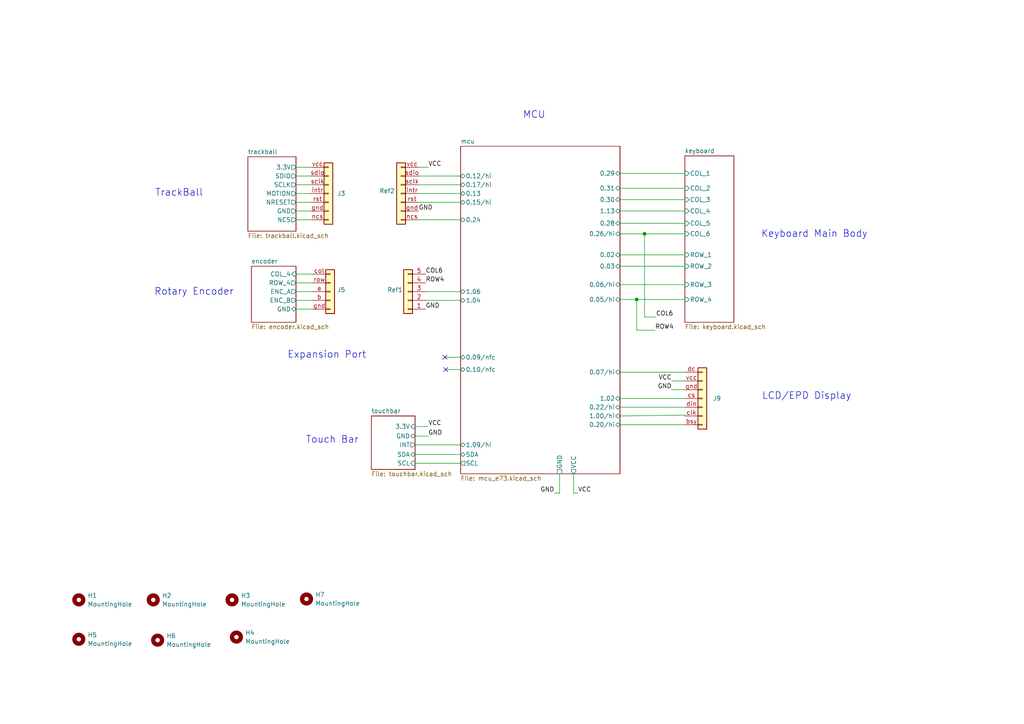
<source format=kicad_sch>
(kicad_sch (version 20211123) (generator eeschema)
  (paper "A4")
  (lib_symbols
    (symbol "Conn_01x05_1" (pin_names (offset 1.016) hide)
      (property "Reference" "J5" (at -1.016 3.302 0))
      (symbol "Conn_01x05_1_1_1"
        (rectangle (start -1.27 -4.953) (end 0 -5.207) (stroke (width 0.1524)))
        (rectangle (start -1.27 -2.413) (end 0 -2.667) (stroke (width 0.1524)))
        (rectangle (start -1.27 0.127) (end 0 -0.127) (stroke (width 0.1524)))
        (rectangle (start -1.27 2.667) (end 0 2.413) (stroke (width 0.1524)))
        (rectangle (start -1.27 5.207) (end 0 4.953) (stroke (width 0.1524)))
        (rectangle (start -1.27 6.35) (end 1.27 -6.35) (stroke (width 0.254)) (fill (type background)))
        (pin passive line (at -5.08 0 0) (length 3.81) (name "a") (number "a"))
        (pin passive line (at -5.08 -2.54 0) (length 3.81) (name "b") (number "b"))
        (pin passive line (at -5.08 5.08 0) (length 3.81) (name "col") (number "col"))
        (pin passive line (at -5.08 -5.08 0) (length 3.81) (name "gnd") (number "gnd"))
        (pin passive line (at -5.08 2.54 0) (length 3.81) (name "row") (number "row"))
      )
    )
    (symbol "Conn_01x07_1" (pin_names (offset 1.016) hide)
      (property "Reference" "J3" (at 2.54 1.2701 0))
      (property "Value" "Conn_01x07" (at 2.54 -1.2699 0))
      (symbol "Conn_01x07_1_1_1"
        (rectangle (start -1.27 -7.493) (end 0 -7.747) (stroke (width 0.1524)))
        (rectangle (start -1.27 -4.953) (end 0 -5.207) (stroke (width 0.1524)))
        (rectangle (start -1.27 -2.413) (end 0 -2.667) (stroke (width 0.1524)))
        (rectangle (start -1.27 0.127) (end 0 -0.127) (stroke (width 0.1524)))
        (rectangle (start -1.27 2.667) (end 0 2.413) (stroke (width 0.1524)))
        (rectangle (start -1.27 5.207) (end 0 4.953) (stroke (width 0.1524)))
        (rectangle (start -1.27 7.747) (end 0 7.493) (stroke (width 0.1524)))
        (rectangle (start -1.27 8.89) (end 1.27 -8.89) (stroke (width 0.254)) (fill (type background)))
        (pin passive line (at -5.08 -5.08 0) (length 3.81) (name "gnd") (number "gnd"))
        (pin passive line (at -5.08 0 0) (length 3.81) (name "motion") (number "intr"))
        (pin passive line (at -5.08 -7.62 0) (length 3.81) (name "ncs") (number "ncs"))
        (pin passive line (at -5.08 -2.54 0) (length 3.81) (name "rst") (number "rst"))
        (pin passive line (at -5.08 2.54 0) (length 3.81) (name "sclk") (number "sclk"))
        (pin passive line (at -5.08 5.08 0) (length 3.81) (name "sdio") (number "sdio"))
        (pin passive line (at -5.08 7.62 0) (length 3.81) (name "vcc") (number "vcc"))
      )
    )
    (symbol "Conn_01x07_2" (pin_names (offset 1.016) hide)
      (property "Reference" "Ref2" (at -2.54 13.97 0))
      (symbol "Conn_01x07_2_1_1"
        (rectangle (start -1.27 -7.493) (end 0 -7.747) (stroke (width 0.1524)))
        (rectangle (start -1.27 -4.953) (end 0 -5.207) (stroke (width 0.1524)))
        (rectangle (start -1.27 -2.413) (end 0 -2.667) (stroke (width 0.1524)))
        (rectangle (start -1.27 0.127) (end 0 -0.127) (stroke (width 0.1524)))
        (rectangle (start -1.27 2.667) (end 0 2.413) (stroke (width 0.1524)))
        (rectangle (start -1.27 5.207) (end 0 4.953) (stroke (width 0.1524)))
        (rectangle (start -1.27 7.747) (end 0 7.493) (stroke (width 0.1524)))
        (rectangle (start -1.27 8.89) (end 1.27 -8.89) (stroke (width 0.254)) (fill (type background)))
        (pin passive line (at -5.08 5.08 0) (length 3.81) (name "gnd") (number "gnd"))
        (pin passive line (at -5.08 0 0) (length 3.81) (name "motion") (number "intr"))
        (pin passive line (at -5.08 7.62 0) (length 3.81) (name "ncs") (number "ncs"))
        (pin passive line (at -5.08 2.54 0) (length 3.81) (name "rst") (number "rst"))
        (pin passive line (at -5.08 -2.54 0) (length 3.81) (name "sclk") (number "sclk"))
        (pin passive line (at -5.08 -5.08 0) (length 3.81) (name "sdio") (number "sdio"))
        (pin passive line (at -5.08 -7.62 0) (length 3.81) (name "vcc") (number "vcc"))
      )
    )
    (symbol "Connector_Generic:Conn_01x05" (pin_names (offset 1.016) hide)
      (property "Reference" "J" (at 0 7.62 0))
      (property "Value" "Conn_01x05" (at 0 -7.62 0))
      (symbol "Conn_01x05_1_1"
        (rectangle (start -1.27 -4.953) (end 0 -5.207) (stroke (width 0.1524)))
        (rectangle (start -1.27 -2.413) (end 0 -2.667) (stroke (width 0.1524)))
        (rectangle (start -1.27 0.127) (end 0 -0.127) (stroke (width 0.1524)))
        (rectangle (start -1.27 2.667) (end 0 2.413) (stroke (width 0.1524)))
        (rectangle (start -1.27 5.207) (end 0 4.953) (stroke (width 0.1524)))
        (rectangle (start -1.27 6.35) (end 1.27 -6.35) (stroke (width 0.254)) (fill (type background)))
        (pin passive line (at -5.08 5.08 0) (length 3.81) (name "Pin_1") (number "1"))
        (pin passive line (at -5.08 2.54 0) (length 3.81) (name "Pin_2") (number "2"))
        (pin passive line (at -5.08 0 0) (length 3.81) (name "Pin_3") (number "3"))
        (pin passive line (at -5.08 -2.54 0) (length 3.81) (name "Pin_4") (number "4"))
        (pin passive line (at -5.08 -5.08 0) (length 3.81) (name "Pin_5") (number "5"))
      )
    )
    (symbol "Mechanical:MountingHole" (pin_names (offset 1.016))
      (property "Reference" "H" (at 0 5.08 0))
      (property "Value" "MountingHole" (at 0 3.175 0))
      (symbol "MountingHole_0_1"
        (circle (center 0 0) (radius 1.27) (stroke (width 1.27)))
      )
    )
    (symbol "mysymbol:Conn_LCD" (pin_names (offset 1.016) hide)
      (property "Reference" "J" (at 0 10.16 0))
      (property "Value" "Conn_LCD" (at 0 -10.16 0))
      (symbol "Conn_LCD_1_1"
        (rectangle (start -1.27 -7.493) (end 0 -7.747) (stroke (width 0.1524)))
        (rectangle (start -1.27 -4.953) (end 0 -5.207) (stroke (width 0.1524)))
        (rectangle (start -1.27 -2.413) (end 0 -2.667) (stroke (width 0.1524)))
        (rectangle (start -1.27 0.127) (end 0 -0.127) (stroke (width 0.1524)))
        (rectangle (start -1.27 2.667) (end 0 2.413) (stroke (width 0.1524)))
        (rectangle (start -1.27 5.207) (end 0 4.953) (stroke (width 0.1524)))
        (rectangle (start -1.27 7.747) (end 0 7.493) (stroke (width 0.1524)))
        (rectangle (start -1.27 8.89) (end 1.27 -8.89) (stroke (width 0.254)) (fill (type background)))
        (pin passive line (at -5.08 -7.62 0) (length 3.81) (name "bsy") (number "bsy"))
        (pin passive line (at -5.08 -5.08 0) (length 3.81) (name "clk") (number "clk"))
        (pin passive line (at -5.08 0 0) (length 3.81) (name "cs") (number "cs"))
        (pin passive line (at -5.08 7.62 0) (length 3.81) (name "dc") (number "dc"))
        (pin passive line (at -5.08 -2.54 0) (length 3.81) (name "din") (number "din"))
        (pin passive line (at -5.08 2.54 0) (length 3.81) (name "gnd") (number "gnd"))
        (pin passive line (at -5.08 5.08 0) (length 3.81) (name "vcc") (number "vcc"))
      )
    )
  )
  (junction (at 184.658 86.868))
  (junction (at 186.944 67.818))
  (no_connect (at 129.032 103.632))
  (no_connect (at 129.286 107.188))
  (wire (pts (xy 194.818 113.03) (xy 198.628 113.03)))
  (wire (pts (xy 85.852 82.042) (xy 90.678 82.042)))
  (wire (pts (xy 194.818 110.49) (xy 198.628 110.49)))
  (wire (pts (xy 179.832 115.57) (xy 198.628 115.57)))
  (wire (pts (xy 179.832 64.77) (xy 198.628 64.77)))
  (wire (pts (xy 179.832 82.55) (xy 198.628 82.55)))
  (wire (pts (xy 179.832 50.292) (xy 198.628 50.292)))
  (wire (pts (xy 120.396 131.826) (xy 133.604 131.826)))
  (wire (pts (xy 121.412 53.594) (xy 133.604 53.594)))
  (wire (pts (xy 198.628 120.396) (xy 198.628 120.65)))
  (wire (pts (xy 85.852 56.134) (xy 90.17 56.134)))
  (wire (pts (xy 120.396 129.032) (xy 133.604 129.032)))
  (wire (pts (xy 179.832 120.65) (xy 198.628 120.396)))
  (wire (pts (xy 121.412 48.514) (xy 124.206 48.514)))
  (wire (pts (xy 85.852 84.582) (xy 90.678 84.582)))
  (wire (pts (xy 85.852 79.502) (xy 90.678 79.502)))
  (wire (pts (xy 85.852 89.662) (xy 90.678 89.662)))
  (wire (pts (xy 162.306 143.002) (xy 160.782 143.002)))
  (wire (pts (xy 179.832 123.19) (xy 198.628 123.19)))
  (wire (pts (xy 120.396 126.492) (xy 124.206 126.492)))
  (wire (pts (xy 162.306 137.414) (xy 162.306 143.002)))
  (wire (pts (xy 120.396 134.366) (xy 133.604 134.366)))
  (wire (pts (xy 189.992 95.758) (xy 184.658 95.758)))
  (wire (pts (xy 121.412 56.134) (xy 133.604 56.134)))
  (wire (pts (xy 198.628 118.11) (xy 179.832 118.11)))
  (wire (pts (xy 166.37 143.002) (xy 167.64 143.002)))
  (wire (pts (xy 85.852 58.674) (xy 90.17 58.674)))
  (wire (pts (xy 85.852 61.214) (xy 90.17 61.214)))
  (wire (pts (xy 184.658 95.758) (xy 184.658 86.868)))
  (wire (pts (xy 85.852 48.514) (xy 90.17 48.514)))
  (wire (pts (xy 85.852 63.754) (xy 90.17 63.754)))
  (wire (pts (xy 186.944 91.948) (xy 186.944 67.818)))
  (wire (pts (xy 121.412 51.054) (xy 133.604 51.054)))
  (wire (pts (xy 179.832 107.95) (xy 198.628 107.95)))
  (wire (pts (xy 179.832 57.912) (xy 198.628 57.912)))
  (wire (pts (xy 123.444 87.122) (xy 133.604 87.122)))
  (wire (pts (xy 186.944 67.818) (xy 198.628 67.818)))
  (wire (pts (xy 129.286 107.188) (xy 133.604 107.188)))
  (wire (pts (xy 179.832 54.61) (xy 198.628 54.61)))
  (wire (pts (xy 123.444 84.582) (xy 133.604 84.582)))
  (wire (pts (xy 121.412 58.674) (xy 133.604 58.674)))
  (wire (pts (xy 85.852 53.594) (xy 90.17 53.594)))
  (wire (pts (xy 179.832 77.216) (xy 198.628 77.216)))
  (wire (pts (xy 179.832 67.818) (xy 186.944 67.818)))
  (wire (pts (xy 184.658 86.868) (xy 198.628 86.868)))
  (wire (pts (xy 129.032 103.632) (xy 133.604 103.632)))
  (wire (pts (xy 120.396 123.698) (xy 124.206 123.698)))
  (wire (pts (xy 179.832 61.214) (xy 198.628 61.214)))
  (wire (pts (xy 179.832 86.868) (xy 184.658 86.868)))
  (wire (pts (xy 190.246 91.948) (xy 186.944 91.948)))
  (wire (pts (xy 85.852 87.122) (xy 90.678 87.122)))
  (wire (pts (xy 121.412 63.754) (xy 133.604 63.754)))
  (wire (pts (xy 179.832 73.914) (xy 198.628 73.914)))
  (wire (pts (xy 166.37 137.414) (xy 166.37 143.002)))
  (wire (pts (xy 85.852 51.054) (xy 90.17 51.054)))
  (text "Touch Bar" (at 88.646 128.778 0) (effects (font (size 2 2)) (justify left bottom)))
  (text "Rotary Encoder" (at 44.704 85.852 0) (effects (font (size 2 2)) (justify left bottom)))
  (text "LCD/EPD Display" (at 220.98 116.078 0) (effects (font (size 2 2)) (justify left bottom)))
  (text "Keyboard Main Body" (at 220.726 69.088 0) (effects (font (size 2 2)) (justify left bottom)))
  (text "Expansion Port" (at 83.312 104.14 0) (effects (font (size 2 2)) (justify left bottom)))
  (text "TrackBall" (at 44.958 57.15 0) (effects (font (size 2 2)) (justify left bottom)))
  (text "MCU" (at 151.638 34.544 0) (effects (font (size 2 2)) (justify left bottom)))
  (label "VCC" (at 167.64 143.002 0))
  (label "GND" (at 194.818 113.03 180))
  (label "VCC" (at 124.206 123.698 0))
  (label "GND" (at 123.444 89.662 0))
  (label "ROW4" (at 189.992 95.758 0))
  (label "ROW4" (at 123.444 82.042 0))
  (label "GND" (at 160.782 143.002 180))
  (label "GND" (at 121.412 61.214 0))
  (label "GND" (at 124.206 126.492 0))
  (label "VCC" (at 124.206 48.514 0))
  (label "COL6" (at 123.444 79.502 0))
  (label "COL6" (at 190.246 91.948 0))
  (label "VCC" (at 194.818 110.49 180))
  (symbol (lib_name "Conn_01x07_2") (lib_id "Connector_Generic:Conn_01x07") (at 116.332 56.134 180) (unit 1) (in_bom no)
    (property "Reference" "Ref2" (at 112.268 55.372 0))
    (property "Value" "Conn_1x07" (effects hide))
    (property "Footprint" "mylib:PMW3610-Ref" (effects hide))
  )
  (symbol (lib_id "Mechanical:MountingHole") (at 22.86 173.99 0) (unit 1) (in_bom no)
    (property "Reference" "H1" (at 25.4 172.7199 0) (effects (justify left)))
    (property "Value" "MountingHole" (at 25.4 175.2599 0) (effects (justify left)))
    (property "Footprint" "MountingHole:MountingHole_3.2mm_M3_DIN965" (effects hide))
  )
  (symbol (lib_id "Mechanical:MountingHole") (at 45.72 185.674 0) (unit 1) (in_bom no)
    (property "Reference" "H6" (at 48.26 184.4039 0) (effects (justify left)))
    (property "Value" "MountingHole" (at 48.26 186.9439 0) (effects (justify left)))
    (property "Footprint" "MountingHole:MountingHole_3.2mm_M3_DIN965" (effects hide))
  )
  (symbol (lib_id "Mechanical:MountingHole") (at 88.9 173.736 0) (unit 1) (in_bom no)
    (property "Reference" "H7" (at 91.44 172.4659 0) (effects (justify left)))
    (property "Value" "MountingHole" (at 91.44 175.0059 0) (effects (justify left)))
    (property "Footprint" "MountingHole:MountingHole_3.2mm_M3_DIN965" (effects hide))
  )
  (symbol (lib_id "mysymbol:Conn_LCD") (at 203.708 115.57 0) (unit 1)
    (property "Reference" "J9" (at 206.756 115.5699 0) (effects (justify left)))
    (property "Value" "Conn_Display_general" (effects hide))
    (property "Footprint" "mylib:Conn_Display_MountHole" (effects hide))
  )
  (symbol (lib_id "Connector_Generic:Conn_01x05") (at 118.364 84.582 180) (unit 1)
    (property "Reference" "Ref1" (at 114.554 84.074 0))
    (property "Value" "Conn_01x05" (effects hide))
    (property "Footprint" "mylib:Panasonic_EVQWGD001_Ref" (effects hide))
  )
  (symbol (lib_name "Conn_01x05_1") (lib_id "Connector_Generic:Conn_01x05") (at 95.758 84.582 0) (unit 1) (in_bom no)
    (property "Reference" "J5" (at 97.79 84.074 0) (effects (justify left)))
    (property "Value" "Conn_01x05" (effects hide))
    (property "Footprint" "mylib:Panasonic_EVQWGD001_Ref_Male" (effects hide))
  )
  (symbol (lib_id "Mechanical:MountingHole") (at 22.86 185.42 0) (unit 1) (in_bom no)
    (property "Reference" "H5" (at 25.4 184.1499 0) (effects (justify left)))
    (property "Value" "MountingHole" (at 25.4 186.6899 0) (effects (justify left)))
    (property "Footprint" "MountingHole:MountingHole_3.2mm_M3_DIN965" (effects hide))
  )
  (symbol (lib_id "Mechanical:MountingHole") (at 44.45 173.99 0) (unit 1) (in_bom no)
    (property "Reference" "H2" (at 46.99 172.7199 0) (effects (justify left)))
    (property "Value" "MountingHole" (at 46.99 175.2599 0) (effects (justify left)))
    (property "Footprint" "MountingHole:MountingHole_3.2mm_M3_DIN965" (effects hide))
  )
  (symbol (lib_id "Mechanical:MountingHole") (at 68.58 184.785 0) (unit 1) (in_bom no)
    (property "Reference" "H4" (at 71.12 183.5149 0) (effects (justify left)))
    (property "Value" "MountingHole" (at 71.12 186.0549 0) (effects (justify left)))
    (property "Footprint" "MountingHole:MountingHole_3.2mm_M3_DIN965" (effects hide))
  )
  (symbol (lib_id "Mechanical:MountingHole") (at 67.31 173.99 0) (unit 1) (in_bom no)
    (property "Reference" "H3" (at 69.85 172.7199 0) (effects (justify left)))
    (property "Value" "MountingHole" (at 69.85 175.2599 0) (effects (justify left)))
    (property "Footprint" "MountingHole:MountingHole_3.2mm_M3_DIN965" (effects hide))
  )
  (symbol (lib_name "Conn_01x07_1") (lib_id "Connector_Generic:Conn_01x07") (at 95.25 56.134 0) (unit 1) (in_bom no)
    (property "Reference" "J3" (at 97.79 56.1339 0) (effects (justify left)))
    (property "Value" "Conn_01x07" (effects hide))
    (property "Footprint" "mylib:PMW3610-Ref-Male" (effects hide))
  )
  (sheet (at 71.882 45.466) (size 13.97 21.59) (stroke (width 0.1524))
    (property "Sheet name" "trackball" (at 71.882 44.7544 0) (effects (justify left bottom)))
    (property "Sheet file" "trackball.kicad_sch" (at 71.882 67.6406 0) (effects (justify left top)))
    (pin "NCS" output (at 85.852 63.754 0))
    (pin "3.3V" output (at 85.852 48.514 0))
    (pin "GND" output (at 85.852 61.214 0))
    (pin "NRESET" output (at 85.852 58.674 0))
    (pin "SDIO" output (at 85.852 51.054 0))
    (pin "SCLK" output (at 85.852 53.594 0))
    (pin "MOTION" output (at 85.852 56.134 0))
  )
  (sheet (at 107.696 120.65) (size 12.7 15.494) (stroke (width 0.1524))
    (property "Sheet name" "touchbar" (at 107.696 119.9384 0) (effects (justify left bottom)))
    (property "Sheet file" "touchbar.kicad_sch" (at 107.696 136.7286 0) (effects (justify left top)))
    (pin "GND" bidirectional (at 120.396 126.492 0))
    (pin "INT" output (at 120.396 129.032 0))
    (pin "SDA" bidirectional (at 120.396 131.826 0))
    (pin "SCL" input (at 120.396 134.366 0))
    (pin "3.3V" input (at 120.396 123.698 0))
  )
  (sheet (at 198.628 45.212) (size 14.224 48.26) (stroke (width 0.1524))
    (property "Sheet name" "keyboard" (at 198.628 44.5004 0) (effects (justify left bottom)))
    (property "Sheet file" "keyboard.kicad_sch" (at 198.628 94.0566 0) (effects (justify left top)))
    (pin "COL_4" input (at 198.628 61.214 180))
    (pin "COL_1" input (at 198.628 50.292 180))
    (pin "COL_2" input (at 198.628 54.61 180))
    (pin "COL_3" input (at 198.628 57.912 180))
    (pin "COL_5" input (at 198.628 64.77 180))
    (pin "ROW_1" input (at 198.628 73.914 180))
    (pin "ROW_4" input (at 198.628 86.868 180))
    (pin "ROW_2" input (at 198.628 77.216 180))
    (pin "ROW_3" input (at 198.628 82.55 180))
    (pin "COL_6" input (at 198.628 67.818 180))
  )
  (sheet (at 133.604 42.418) (size 46.228 94.996) (stroke (width 0.1524))
    (property "Sheet name" "mcu" (at 133.604 41.7064 0) (effects (justify left bottom)))
    (property "Sheet file" "mcu_e73.kicad_sch" (at 133.604 137.9986 0) (effects (justify left top)))
    (pin "VCC" output (at 166.37 137.414 270))
    (pin "GND" passive (at 162.306 137.414 270))
    (pin "0.26{slash}hi" bidirectional (at 179.832 67.818 0))
    (pin "0.06{slash}hi" bidirectional (at 179.832 82.55 0))
    (pin "0.30" bidirectional (at 179.832 57.912 0))
    (pin "0.31" bidirectional (at 179.832 54.61 0))
    (pin "0.17{slash}hi" bidirectional (at 133.604 53.594 180))
    (pin "0.12{slash}hi" bidirectional (at 133.604 51.054 180))
    (pin "1.09{slash}hi" bidirectional (at 133.604 129.032 180))
    (pin "0.05{slash}hi" bidirectional (at 179.832 86.868 0))
    (pin "0.22{slash}hi" bidirectional (at 179.832 118.11 0))
    (pin "0.20{slash}hi" bidirectional (at 179.832 123.19 0))
    (pin "1.06" bidirectional (at 133.604 84.582 180))
    (pin "1.00{slash}hi" bidirectional (at 179.832 120.65 0))
    (pin "0.07{slash}hi" bidirectional (at 179.832 107.95 0))
    (pin "0.03" bidirectional (at 179.832 77.216 0))
    (pin "0.28" bidirectional (at 179.832 64.77 0))
    (pin "1.13" bidirectional (at 179.832 61.214 0))
    (pin "0.02" bidirectional (at 179.832 73.914 0))
    (pin "0.29" bidirectional (at 179.832 50.292 0))
    (pin "1.02" bidirectional (at 179.832 115.57 0))
    (pin "1.04" bidirectional (at 133.604 87.122 180))
    (pin "0.09{slash}nfc" bidirectional (at 133.604 103.632 180))
    (pin "0.10{slash}nfc" bidirectional (at 133.604 107.188 180))
    (pin "0.24" bidirectional (at 133.604 63.754 180))
    (pin "0.13" bidirectional (at 133.604 56.134 180))
    (pin "SCL" output (at 133.604 134.366 180))
    (pin "SDA" bidirectional (at 133.604 131.826 180))
    (pin "0.15{slash}hi" bidirectional (at 133.604 58.674 180))
  )
  (sheet (at 72.898 77.216) (size 12.954 16.256) (stroke (width 0.1524))
    (property "Sheet name" "encoder" (at 72.898 76.5044 0) (effects (justify left bottom)))
    (property "Sheet file" "encoder.kicad_sch" (at 72.898 94.0566 0) (effects (justify left top)))
    (pin "ROW_4" output (at 85.852 82.042 0))
    (pin "GND" bidirectional (at 85.852 89.662 0))
    (pin "ENC_A" output (at 85.852 84.582 0))
    (pin "ENC_B" output (at 85.852 87.122 0))
    (pin "COL_4" input (at 85.852 79.502 0))
  )
)
</source>
